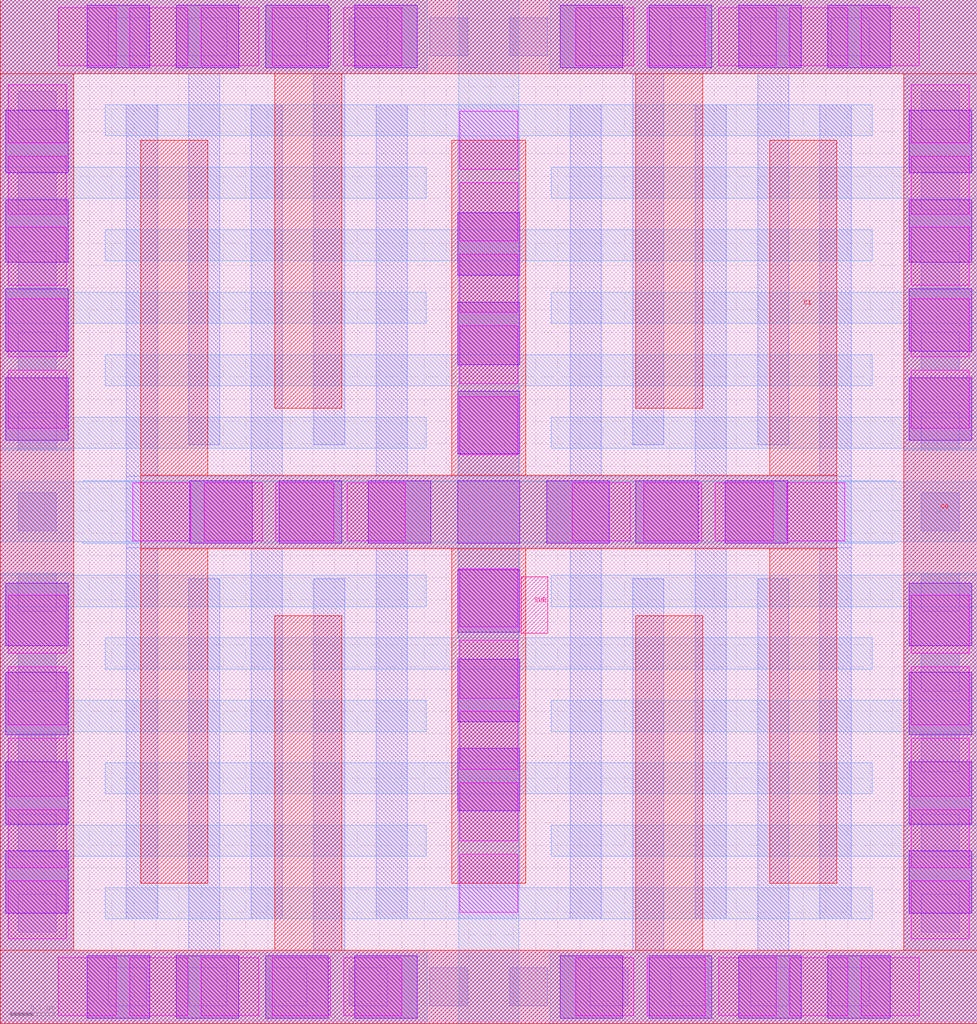
<source format=lef>
# Copyright 2020 The SkyWater PDK Authors
#
# Licensed under the Apache License, Version 2.0 (the "License");
# you may not use this file except in compliance with the License.
# You may obtain a copy of the License at
#
#     https://www.apache.org/licenses/LICENSE-2.0
#
# Unless required by applicable law or agreed to in writing, software
# distributed under the License is distributed on an "AS IS" BASIS,
# WITHOUT WARRANTIES OR CONDITIONS OF ANY KIND, either express or implied.
# See the License for the specific language governing permissions and
# limitations under the License.
#
# SPDX-License-Identifier: Apache-2.0

VERSION 5.7 ;
  NOWIREEXTENSIONATPIN ON ;
  DIVIDERCHAR "/" ;
  BUSBITCHARS "[]" ;
MACRO sky130_fd_pr__cap_vpp_04p4x04p6_m1m2m3_shieldl1
  CLASS BLOCK ;
  FOREIGN sky130_fd_pr__cap_vpp_04p4x04p6_m1m2m3_shieldl1 ;
  ORIGIN  0.000000  0.000000 ;
  SIZE  4.380000 BY  4.590000 ;
  PIN C0
    PORT
      LAYER met3 ;
        RECT 0.000000 0.000000 4.380000 0.330000 ;
        RECT 0.000000 0.330000 0.330000 4.260000 ;
        RECT 0.000000 4.260000 4.380000 4.590000 ;
        RECT 1.230000 0.330000 1.530000 1.830000 ;
        RECT 1.230000 2.760000 1.530000 4.260000 ;
        RECT 2.850000 0.330000 3.150000 1.830000 ;
        RECT 2.850000 2.760000 3.150000 4.260000 ;
        RECT 4.050000 0.330000 4.380000 4.260000 ;
    END
  END C0
  PIN C1
    PORT
      LAYER met3 ;
        RECT 0.630000 0.630000 0.930000 2.130000 ;
        RECT 0.630000 2.130000 3.750000 2.460000 ;
        RECT 0.630000 2.460000 0.930000 3.960000 ;
        RECT 2.025000 0.630000 2.355000 2.130000 ;
        RECT 2.025000 2.460000 2.355000 3.960000 ;
        RECT 3.450000 0.630000 3.750000 2.130000 ;
        RECT 3.450000 2.460000 3.750000 3.960000 ;
    END
  END C1
  PIN SUB
    PORT
      LAYER pwell ;
        RECT 2.335000 1.750000 2.455000 2.005000 ;
    END
  END SUB
  OBS
    LAYER li1 ;
      RECT 0.000000 0.000000 4.380000 4.590000 ;
    LAYER mcon ;
      RECT 0.080000 0.410000 0.250000 0.580000 ;
      RECT 0.080000 0.770000 0.250000 0.940000 ;
      RECT 0.080000 1.130000 0.250000 1.300000 ;
      RECT 0.080000 1.490000 0.250000 1.660000 ;
      RECT 0.080000 1.850000 0.250000 2.020000 ;
      RECT 0.080000 2.210000 0.250000 2.380000 ;
      RECT 0.080000 2.570000 0.250000 2.740000 ;
      RECT 0.080000 2.930000 0.250000 3.100000 ;
      RECT 0.080000 3.290000 0.250000 3.460000 ;
      RECT 0.080000 3.650000 0.250000 3.820000 ;
      RECT 0.080000 4.010000 0.250000 4.180000 ;
      RECT 0.485000 0.080000 0.655000 0.250000 ;
      RECT 0.485000 4.340000 0.655000 4.510000 ;
      RECT 0.845000 0.080000 1.015000 0.250000 ;
      RECT 0.845000 4.340000 1.015000 4.510000 ;
      RECT 1.205000 0.080000 1.375000 0.250000 ;
      RECT 1.205000 4.340000 1.375000 4.510000 ;
      RECT 1.565000 0.080000 1.735000 0.250000 ;
      RECT 1.565000 4.340000 1.735000 4.510000 ;
      RECT 1.925000 0.080000 2.095000 0.250000 ;
      RECT 1.925000 4.340000 2.095000 4.510000 ;
      RECT 2.285000 0.080000 2.455000 0.250000 ;
      RECT 2.285000 4.340000 2.455000 4.510000 ;
      RECT 2.645000 0.080000 2.815000 0.250000 ;
      RECT 2.645000 4.340000 2.815000 4.510000 ;
      RECT 3.005000 0.080000 3.175000 0.250000 ;
      RECT 3.005000 4.340000 3.175000 4.510000 ;
      RECT 3.365000 0.080000 3.535000 0.250000 ;
      RECT 3.365000 4.340000 3.535000 4.510000 ;
      RECT 3.725000 0.080000 3.895000 0.250000 ;
      RECT 3.725000 4.340000 3.895000 4.510000 ;
      RECT 4.130000 0.410000 4.300000 0.580000 ;
      RECT 4.130000 0.770000 4.300000 0.940000 ;
      RECT 4.130000 1.130000 4.300000 1.300000 ;
      RECT 4.130000 1.490000 4.300000 1.660000 ;
      RECT 4.130000 1.850000 4.300000 2.020000 ;
      RECT 4.130000 2.210000 4.300000 2.380000 ;
      RECT 4.130000 2.570000 4.300000 2.740000 ;
      RECT 4.130000 2.930000 4.300000 3.100000 ;
      RECT 4.130000 3.290000 4.300000 3.460000 ;
      RECT 4.130000 3.650000 4.300000 3.820000 ;
      RECT 4.130000 4.010000 4.300000 4.180000 ;
    LAYER met1 ;
      RECT 0.000000 0.000000 4.380000 0.330000 ;
      RECT 0.000000 0.330000 0.330000 4.260000 ;
      RECT 0.000000 4.260000 4.380000 4.590000 ;
      RECT 0.565000 0.470000 0.705000 2.135000 ;
      RECT 0.565000 2.135000 3.815000 2.455000 ;
      RECT 0.565000 2.455000 0.705000 4.120000 ;
      RECT 0.845000 0.330000 0.985000 1.995000 ;
      RECT 0.845000 2.595000 0.985000 4.260000 ;
      RECT 1.125000 0.470000 1.265000 2.135000 ;
      RECT 1.125000 2.455000 1.265000 4.120000 ;
      RECT 1.405000 0.330000 1.545000 1.995000 ;
      RECT 1.405000 2.595000 1.545000 4.260000 ;
      RECT 1.685000 0.470000 1.825000 2.135000 ;
      RECT 1.685000 2.455000 1.825000 4.120000 ;
      RECT 2.055000 0.470000 2.325000 2.135000 ;
      RECT 2.055000 2.455000 2.325000 4.120000 ;
      RECT 2.555000 0.470000 2.695000 2.135000 ;
      RECT 2.555000 2.455000 2.695000 4.120000 ;
      RECT 2.835000 0.330000 2.975000 1.995000 ;
      RECT 2.835000 2.595000 2.975000 4.260000 ;
      RECT 3.115000 0.470000 3.255000 2.135000 ;
      RECT 3.115000 2.455000 3.255000 4.120000 ;
      RECT 3.395000 0.330000 3.535000 1.995000 ;
      RECT 3.395000 2.595000 3.535000 4.260000 ;
      RECT 3.675000 0.470000 3.815000 2.135000 ;
      RECT 3.675000 2.455000 3.815000 4.120000 ;
      RECT 4.050000 0.330000 4.380000 4.260000 ;
    LAYER met2 ;
      RECT 0.000000 0.000000 1.915000 0.330000 ;
      RECT 0.000000 0.330000 0.330000 0.750000 ;
      RECT 0.000000 0.750000 1.910000 0.890000 ;
      RECT 0.000000 0.890000 0.330000 1.310000 ;
      RECT 0.000000 1.310000 1.910000 1.450000 ;
      RECT 0.000000 1.450000 0.330000 1.870000 ;
      RECT 0.000000 1.870000 1.910000 2.010000 ;
      RECT 0.000000 2.010000 0.330000 2.020000 ;
      RECT 0.000000 2.160000 4.380000 2.430000 ;
      RECT 0.000000 2.570000 0.330000 2.580000 ;
      RECT 0.000000 2.580000 1.910000 2.720000 ;
      RECT 0.000000 2.720000 0.330000 3.140000 ;
      RECT 0.000000 3.140000 1.910000 3.280000 ;
      RECT 0.000000 3.280000 0.330000 3.700000 ;
      RECT 0.000000 3.700000 1.910000 3.840000 ;
      RECT 0.000000 3.840000 0.330000 4.260000 ;
      RECT 0.000000 4.260000 1.915000 4.590000 ;
      RECT 0.370000 2.155000 4.010000 2.160000 ;
      RECT 0.370000 2.430000 4.010000 2.435000 ;
      RECT 0.470000 0.470000 3.910000 0.610000 ;
      RECT 0.470000 1.030000 3.910000 1.170000 ;
      RECT 0.470000 1.590000 3.910000 1.730000 ;
      RECT 0.470000 2.860000 3.910000 3.000000 ;
      RECT 0.470000 3.420000 3.910000 3.560000 ;
      RECT 0.470000 3.980000 3.910000 4.120000 ;
      RECT 2.050000 0.610000 2.330000 1.030000 ;
      RECT 2.050000 1.170000 2.330000 1.590000 ;
      RECT 2.050000 1.730000 2.330000 2.155000 ;
      RECT 2.050000 2.435000 2.330000 2.860000 ;
      RECT 2.050000 3.000000 2.330000 3.420000 ;
      RECT 2.050000 3.560000 2.330000 3.980000 ;
      RECT 2.055000 0.000000 2.325000 0.470000 ;
      RECT 2.055000 4.120000 2.325000 4.590000 ;
      RECT 2.465000 0.000000 4.380000 0.330000 ;
      RECT 2.465000 4.260000 4.380000 4.590000 ;
      RECT 2.470000 0.750000 4.380000 0.890000 ;
      RECT 2.470000 1.310000 4.380000 1.450000 ;
      RECT 2.470000 1.870000 4.380000 2.010000 ;
      RECT 2.470000 2.580000 4.380000 2.720000 ;
      RECT 2.470000 3.140000 4.380000 3.280000 ;
      RECT 2.470000 3.700000 4.380000 3.840000 ;
      RECT 4.050000 0.330000 4.380000 0.750000 ;
      RECT 4.050000 0.890000 4.380000 1.310000 ;
      RECT 4.050000 1.450000 4.380000 1.870000 ;
      RECT 4.050000 2.010000 4.380000 2.020000 ;
      RECT 4.050000 2.570000 4.380000 2.580000 ;
      RECT 4.050000 2.720000 4.380000 3.140000 ;
      RECT 4.050000 3.280000 4.380000 3.700000 ;
      RECT 4.050000 3.840000 4.380000 4.260000 ;
    LAYER via ;
      RECT 0.035000 0.380000 0.295000 0.640000 ;
      RECT 0.035000 0.700000 0.295000 0.960000 ;
      RECT 0.035000 1.020000 0.295000 1.280000 ;
      RECT 0.035000 1.340000 0.295000 1.600000 ;
      RECT 0.035000 1.660000 0.295000 1.920000 ;
      RECT 0.035000 2.670000 0.295000 2.930000 ;
      RECT 0.035000 2.990000 0.295000 3.250000 ;
      RECT 0.035000 3.310000 0.295000 3.570000 ;
      RECT 0.035000 3.630000 0.295000 3.890000 ;
      RECT 0.035000 3.950000 0.295000 4.210000 ;
      RECT 0.260000 0.035000 0.520000 0.295000 ;
      RECT 0.260000 4.295000 0.520000 4.555000 ;
      RECT 0.580000 0.035000 0.840000 0.295000 ;
      RECT 0.580000 4.295000 0.840000 4.555000 ;
      RECT 0.595000 2.165000 0.855000 2.425000 ;
      RECT 0.900000 0.035000 1.160000 0.295000 ;
      RECT 0.900000 4.295000 1.160000 4.555000 ;
      RECT 0.915000 2.165000 1.175000 2.425000 ;
      RECT 1.220000 0.035000 1.480000 0.295000 ;
      RECT 1.220000 4.295000 1.480000 4.555000 ;
      RECT 1.235000 2.165000 1.495000 2.425000 ;
      RECT 1.540000 0.035000 1.800000 0.295000 ;
      RECT 1.540000 4.295000 1.800000 4.555000 ;
      RECT 1.555000 2.165000 1.815000 2.425000 ;
      RECT 2.060000 0.500000 2.320000 0.760000 ;
      RECT 2.060000 0.820000 2.320000 1.080000 ;
      RECT 2.060000 1.140000 2.320000 1.400000 ;
      RECT 2.060000 1.460000 2.320000 1.720000 ;
      RECT 2.060000 1.780000 2.320000 2.040000 ;
      RECT 2.060000 2.550000 2.320000 2.810000 ;
      RECT 2.060000 2.870000 2.320000 3.130000 ;
      RECT 2.060000 3.190000 2.320000 3.450000 ;
      RECT 2.060000 3.510000 2.320000 3.770000 ;
      RECT 2.060000 3.830000 2.320000 4.090000 ;
      RECT 2.565000 2.165000 2.825000 2.425000 ;
      RECT 2.580000 0.035000 2.840000 0.295000 ;
      RECT 2.580000 4.295000 2.840000 4.555000 ;
      RECT 2.885000 2.165000 3.145000 2.425000 ;
      RECT 2.900000 0.035000 3.160000 0.295000 ;
      RECT 2.900000 4.295000 3.160000 4.555000 ;
      RECT 3.205000 2.165000 3.465000 2.425000 ;
      RECT 3.220000 0.035000 3.480000 0.295000 ;
      RECT 3.220000 4.295000 3.480000 4.555000 ;
      RECT 3.525000 2.165000 3.785000 2.425000 ;
      RECT 3.540000 0.035000 3.800000 0.295000 ;
      RECT 3.540000 4.295000 3.800000 4.555000 ;
      RECT 3.860000 0.035000 4.120000 0.295000 ;
      RECT 3.860000 4.295000 4.120000 4.555000 ;
      RECT 4.085000 0.380000 4.345000 0.640000 ;
      RECT 4.085000 0.700000 4.345000 0.960000 ;
      RECT 4.085000 1.020000 4.345000 1.280000 ;
      RECT 4.085000 1.340000 4.345000 1.600000 ;
      RECT 4.085000 1.660000 4.345000 1.920000 ;
      RECT 4.085000 2.670000 4.345000 2.930000 ;
      RECT 4.085000 2.990000 4.345000 3.250000 ;
      RECT 4.085000 3.310000 4.345000 3.570000 ;
      RECT 4.085000 3.630000 4.345000 3.890000 ;
      RECT 4.085000 3.950000 4.345000 4.210000 ;
    LAYER via2 ;
      RECT 0.025000 0.495000 0.305000 0.775000 ;
      RECT 0.025000 0.895000 0.305000 1.175000 ;
      RECT 0.025000 1.295000 0.305000 1.575000 ;
      RECT 0.025000 1.695000 0.305000 1.975000 ;
      RECT 0.025000 2.615000 0.305000 2.895000 ;
      RECT 0.025000 3.015000 0.305000 3.295000 ;
      RECT 0.025000 3.415000 0.305000 3.695000 ;
      RECT 0.025000 3.815000 0.305000 4.095000 ;
      RECT 0.390000 0.025000 0.670000 0.305000 ;
      RECT 0.390000 4.285000 0.670000 4.565000 ;
      RECT 0.790000 0.025000 1.070000 0.305000 ;
      RECT 0.790000 4.285000 1.070000 4.565000 ;
      RECT 0.850000 2.155000 1.130000 2.435000 ;
      RECT 1.190000 0.025000 1.470000 0.305000 ;
      RECT 1.190000 4.285000 1.470000 4.565000 ;
      RECT 1.250000 2.155000 1.530000 2.435000 ;
      RECT 1.590000 0.025000 1.870000 0.305000 ;
      RECT 1.590000 4.285000 1.870000 4.565000 ;
      RECT 1.650000 2.155000 1.930000 2.435000 ;
      RECT 2.050000 0.955000 2.330000 1.235000 ;
      RECT 2.050000 1.355000 2.330000 1.635000 ;
      RECT 2.050000 1.755000 2.330000 2.035000 ;
      RECT 2.050000 2.155000 2.330000 2.435000 ;
      RECT 2.050000 2.555000 2.330000 2.835000 ;
      RECT 2.050000 2.955000 2.330000 3.235000 ;
      RECT 2.050000 3.355000 2.330000 3.635000 ;
      RECT 2.450000 2.155000 2.730000 2.435000 ;
      RECT 2.510000 0.025000 2.790000 0.305000 ;
      RECT 2.510000 4.285000 2.790000 4.565000 ;
      RECT 2.850000 2.155000 3.130000 2.435000 ;
      RECT 2.910000 0.025000 3.190000 0.305000 ;
      RECT 2.910000 4.285000 3.190000 4.565000 ;
      RECT 3.250000 2.155000 3.530000 2.435000 ;
      RECT 3.310000 0.025000 3.590000 0.305000 ;
      RECT 3.310000 4.285000 3.590000 4.565000 ;
      RECT 3.710000 0.025000 3.990000 0.305000 ;
      RECT 3.710000 4.285000 3.990000 4.565000 ;
      RECT 4.075000 0.495000 4.355000 0.775000 ;
      RECT 4.075000 0.895000 4.355000 1.175000 ;
      RECT 4.075000 1.295000 4.355000 1.575000 ;
      RECT 4.075000 1.695000 4.355000 1.975000 ;
      RECT 4.075000 2.615000 4.355000 2.895000 ;
      RECT 4.075000 3.015000 4.355000 3.295000 ;
      RECT 4.075000 3.415000 4.355000 3.695000 ;
      RECT 4.075000 3.815000 4.355000 4.095000 ;
  END
END sky130_fd_pr__cap_vpp_04p4x04p6_m1m2m3_shieldl1
END LIBRARY

</source>
